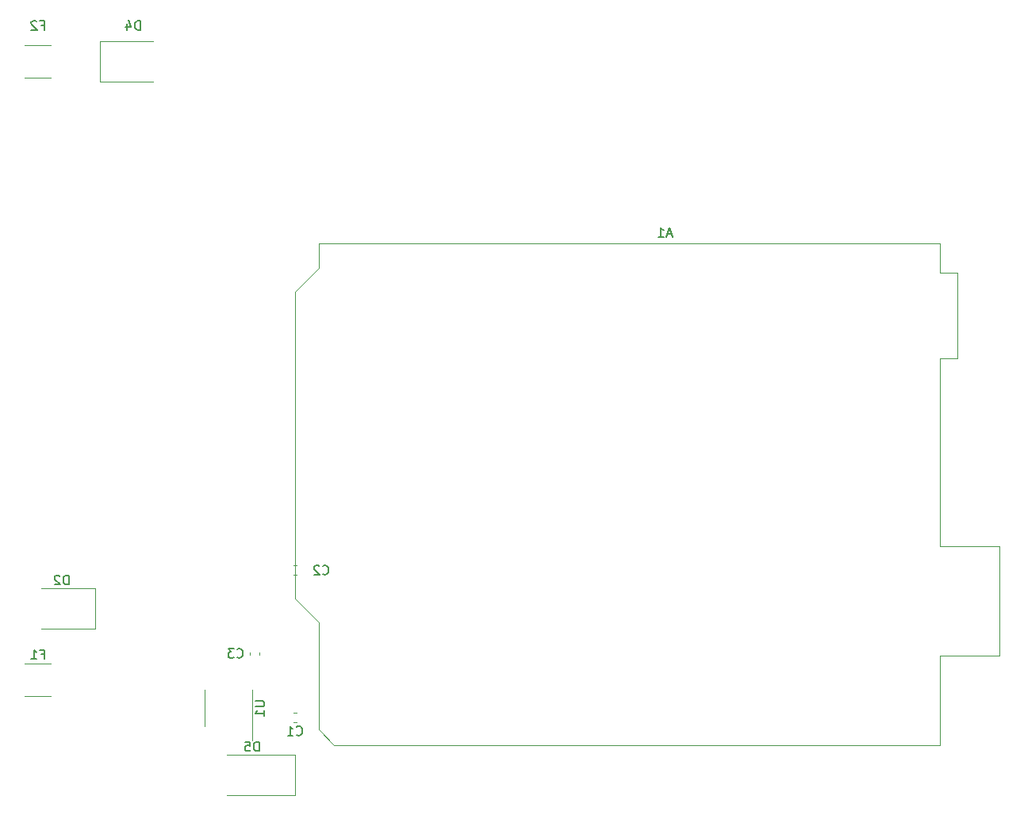
<source format=gbr>
%TF.GenerationSoftware,KiCad,Pcbnew,(6.0.8)*%
%TF.CreationDate,2022-11-09T11:36:30+07:00*%
%TF.ProjectId,SPEED_CONTROL,53504545-445f-4434-9f4e-54524f4c2e6b,rev?*%
%TF.SameCoordinates,Original*%
%TF.FileFunction,Legend,Bot*%
%TF.FilePolarity,Positive*%
%FSLAX46Y46*%
G04 Gerber Fmt 4.6, Leading zero omitted, Abs format (unit mm)*
G04 Created by KiCad (PCBNEW (6.0.8)) date 2022-11-09 11:36:30*
%MOMM*%
%LPD*%
G01*
G04 APERTURE LIST*
%ADD10C,0.150000*%
%ADD11C,0.120000*%
G04 APERTURE END LIST*
D10*
%TO.C,D4*%
X54078095Y-34742380D02*
X54078095Y-33742380D01*
X53840000Y-33742380D01*
X53697142Y-33790000D01*
X53601904Y-33885238D01*
X53554285Y-33980476D01*
X53506666Y-34170952D01*
X53506666Y-34313809D01*
X53554285Y-34504285D01*
X53601904Y-34599523D01*
X53697142Y-34694761D01*
X53840000Y-34742380D01*
X54078095Y-34742380D01*
X52649523Y-34075714D02*
X52649523Y-34742380D01*
X52887619Y-33694761D02*
X53125714Y-34409047D01*
X52506666Y-34409047D01*
%TO.C,U1*%
X66352380Y-106426095D02*
X67161904Y-106426095D01*
X67257142Y-106473714D01*
X67304761Y-106521333D01*
X67352380Y-106616571D01*
X67352380Y-106807047D01*
X67304761Y-106902285D01*
X67257142Y-106949904D01*
X67161904Y-106997523D01*
X66352380Y-106997523D01*
X67352380Y-107997523D02*
X67352380Y-107426095D01*
X67352380Y-107711809D02*
X66352380Y-107711809D01*
X66495238Y-107616571D01*
X66590476Y-107521333D01*
X66638095Y-107426095D01*
%TO.C,D5*%
X66778095Y-111752380D02*
X66778095Y-110752380D01*
X66540000Y-110752380D01*
X66397142Y-110800000D01*
X66301904Y-110895238D01*
X66254285Y-110990476D01*
X66206666Y-111180952D01*
X66206666Y-111323809D01*
X66254285Y-111514285D01*
X66301904Y-111609523D01*
X66397142Y-111704761D01*
X66540000Y-111752380D01*
X66778095Y-111752380D01*
X65301904Y-110752380D02*
X65778095Y-110752380D01*
X65825714Y-111228571D01*
X65778095Y-111180952D01*
X65682857Y-111133333D01*
X65444761Y-111133333D01*
X65349523Y-111180952D01*
X65301904Y-111228571D01*
X65254285Y-111323809D01*
X65254285Y-111561904D01*
X65301904Y-111657142D01*
X65349523Y-111704761D01*
X65444761Y-111752380D01*
X65682857Y-111752380D01*
X65778095Y-111704761D01*
X65825714Y-111657142D01*
%TO.C,A1*%
X110823285Y-56554666D02*
X110347095Y-56554666D01*
X110918523Y-56840380D02*
X110585190Y-55840380D01*
X110251857Y-56840380D01*
X109394714Y-56840380D02*
X109966142Y-56840380D01*
X109680428Y-56840380D02*
X109680428Y-55840380D01*
X109775666Y-55983238D01*
X109870904Y-56078476D01*
X109966142Y-56126095D01*
%TO.C,C1*%
X70778666Y-109991142D02*
X70826285Y-110038761D01*
X70969142Y-110086380D01*
X71064380Y-110086380D01*
X71207238Y-110038761D01*
X71302476Y-109943523D01*
X71350095Y-109848285D01*
X71397714Y-109657809D01*
X71397714Y-109514952D01*
X71350095Y-109324476D01*
X71302476Y-109229238D01*
X71207238Y-109134000D01*
X71064380Y-109086380D01*
X70969142Y-109086380D01*
X70826285Y-109134000D01*
X70778666Y-109181619D01*
X69826285Y-110086380D02*
X70397714Y-110086380D01*
X70112000Y-110086380D02*
X70112000Y-109086380D01*
X70207238Y-109229238D01*
X70302476Y-109324476D01*
X70397714Y-109372095D01*
%TO.C,F2*%
X43513333Y-34218571D02*
X43846666Y-34218571D01*
X43846666Y-34742380D02*
X43846666Y-33742380D01*
X43370476Y-33742380D01*
X43037142Y-33837619D02*
X42989523Y-33790000D01*
X42894285Y-33742380D01*
X42656190Y-33742380D01*
X42560952Y-33790000D01*
X42513333Y-33837619D01*
X42465714Y-33932857D01*
X42465714Y-34028095D01*
X42513333Y-34170952D01*
X43084761Y-34742380D01*
X42465714Y-34742380D01*
%TO.C,C2*%
X73572666Y-92813142D02*
X73620285Y-92860761D01*
X73763142Y-92908380D01*
X73858380Y-92908380D01*
X74001238Y-92860761D01*
X74096476Y-92765523D01*
X74144095Y-92670285D01*
X74191714Y-92479809D01*
X74191714Y-92336952D01*
X74144095Y-92146476D01*
X74096476Y-92051238D01*
X74001238Y-91956000D01*
X73858380Y-91908380D01*
X73763142Y-91908380D01*
X73620285Y-91956000D01*
X73572666Y-92003619D01*
X73191714Y-92003619D02*
X73144095Y-91956000D01*
X73048857Y-91908380D01*
X72810761Y-91908380D01*
X72715523Y-91956000D01*
X72667904Y-92003619D01*
X72620285Y-92098857D01*
X72620285Y-92194095D01*
X72667904Y-92336952D01*
X73239333Y-92908380D01*
X72620285Y-92908380D01*
%TO.C,D2*%
X46458095Y-93972380D02*
X46458095Y-92972380D01*
X46220000Y-92972380D01*
X46077142Y-93020000D01*
X45981904Y-93115238D01*
X45934285Y-93210476D01*
X45886666Y-93400952D01*
X45886666Y-93543809D01*
X45934285Y-93734285D01*
X45981904Y-93829523D01*
X46077142Y-93924761D01*
X46220000Y-93972380D01*
X46458095Y-93972380D01*
X45505714Y-93067619D02*
X45458095Y-93020000D01*
X45362857Y-92972380D01*
X45124761Y-92972380D01*
X45029523Y-93020000D01*
X44981904Y-93067619D01*
X44934285Y-93162857D01*
X44934285Y-93258095D01*
X44981904Y-93400952D01*
X45553333Y-93972380D01*
X44934285Y-93972380D01*
%TO.C,C3*%
X64428666Y-101703142D02*
X64476285Y-101750761D01*
X64619142Y-101798380D01*
X64714380Y-101798380D01*
X64857238Y-101750761D01*
X64952476Y-101655523D01*
X65000095Y-101560285D01*
X65047714Y-101369809D01*
X65047714Y-101226952D01*
X65000095Y-101036476D01*
X64952476Y-100941238D01*
X64857238Y-100846000D01*
X64714380Y-100798380D01*
X64619142Y-100798380D01*
X64476285Y-100846000D01*
X64428666Y-100893619D01*
X64095333Y-100798380D02*
X63476285Y-100798380D01*
X63809619Y-101179333D01*
X63666761Y-101179333D01*
X63571523Y-101226952D01*
X63523904Y-101274571D01*
X63476285Y-101369809D01*
X63476285Y-101607904D01*
X63523904Y-101703142D01*
X63571523Y-101750761D01*
X63666761Y-101798380D01*
X63952476Y-101798380D01*
X64047714Y-101750761D01*
X64095333Y-101703142D01*
%TO.C,F1*%
X43513333Y-101418571D02*
X43846666Y-101418571D01*
X43846666Y-101942380D02*
X43846666Y-100942380D01*
X43370476Y-100942380D01*
X42465714Y-101942380D02*
X43037142Y-101942380D01*
X42751428Y-101942380D02*
X42751428Y-100942380D01*
X42846666Y-101085238D01*
X42941904Y-101180476D01*
X43037142Y-101228095D01*
D11*
%TO.C,D4*%
X49790000Y-40250000D02*
X49790000Y-35950000D01*
X49790000Y-40250000D02*
X55490000Y-40250000D01*
X49790000Y-35950000D02*
X55490000Y-35950000D01*
%TO.C,U1*%
X60940000Y-107188000D02*
X60940000Y-109138000D01*
X60940000Y-107188000D02*
X60940000Y-105238000D01*
X66060000Y-107188000D02*
X66060000Y-110638000D01*
X66060000Y-107188000D02*
X66060000Y-105238000D01*
%TO.C,D5*%
X70640000Y-116450000D02*
X63340000Y-116450000D01*
X70640000Y-112150000D02*
X63340000Y-112150000D01*
X70640000Y-112150000D02*
X70640000Y-116450000D01*
%TO.C,A1*%
X70609000Y-95508000D02*
X70609000Y-62738000D01*
X145799000Y-101598000D02*
X139449000Y-101598000D01*
X145799000Y-89918000D02*
X145799000Y-101598000D01*
X73149000Y-57528000D02*
X139449000Y-57528000D01*
X139449000Y-101598000D02*
X139449000Y-111128000D01*
X139449000Y-111128000D02*
X74799000Y-111128000D01*
X74799000Y-111128000D02*
X73149000Y-109478000D01*
X141349000Y-69848000D02*
X139449000Y-69848000D01*
X141349000Y-60708000D02*
X141349000Y-69848000D01*
X73149000Y-60198000D02*
X73149000Y-57528000D01*
X70609000Y-62738000D02*
X73149000Y-60198000D01*
X139449000Y-89918000D02*
X145799000Y-89918000D01*
X73149000Y-98048000D02*
X70609000Y-95508000D01*
X139449000Y-57528000D02*
X139449000Y-60708000D01*
X139449000Y-69848000D02*
X139449000Y-89918000D01*
X73149000Y-109478000D02*
X73149000Y-98048000D01*
X139449000Y-60708000D02*
X141349000Y-60708000D01*
%TO.C,C1*%
X70465733Y-107694000D02*
X70758267Y-107694000D01*
X70465733Y-108714000D02*
X70758267Y-108714000D01*
%TO.C,F2*%
X41793748Y-39810000D02*
X44566252Y-39810000D01*
X41793748Y-36390000D02*
X44566252Y-36390000D01*
%TO.C,C2*%
X70758267Y-92966000D02*
X70465733Y-92966000D01*
X70758267Y-91946000D02*
X70465733Y-91946000D01*
%TO.C,D2*%
X49270000Y-94370000D02*
X43570000Y-94370000D01*
X49270000Y-98670000D02*
X43570000Y-98670000D01*
X49270000Y-94370000D02*
X49270000Y-98670000D01*
%TO.C,C3*%
X65784000Y-101492267D02*
X65784000Y-101199733D01*
X66804000Y-101492267D02*
X66804000Y-101199733D01*
%TO.C,F1*%
X44566252Y-105850000D02*
X41793748Y-105850000D01*
X44566252Y-102430000D02*
X41793748Y-102430000D01*
%TD*%
M02*

</source>
